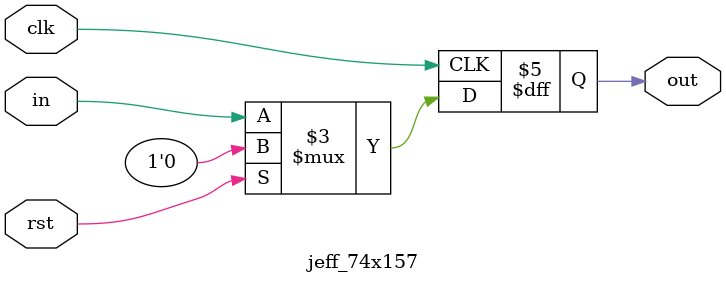
<source format=v>
module jeff_74x157(
    input        clk,           // Clock
    input        rst,           // Reset
    input        in,            // IN
    output       out            // OUT
);

reg       out;

always @ (posedge clk) begin
    if (rst) begin
        out <= 1'b0;
    end else begin
        out <= in;
    end
end

endmodule

</source>
